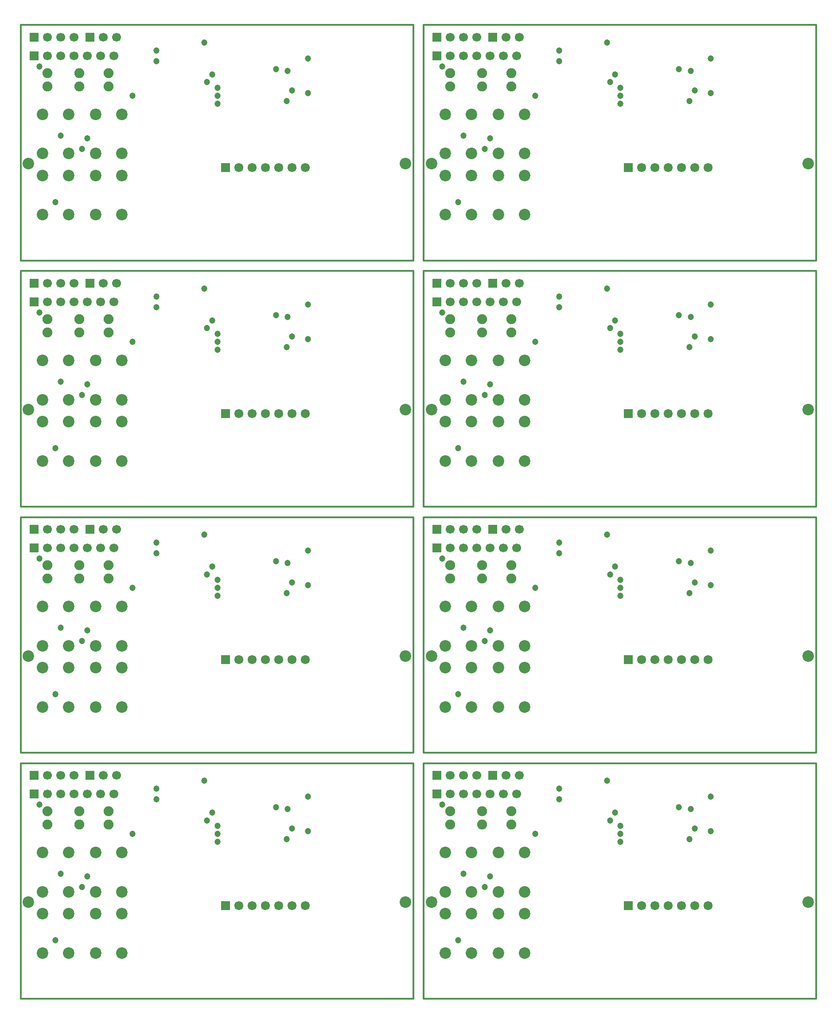
<source format=gbs>
%FSLAX42Y42*%
%MOMM*%
G71*
G01*
G75*
G04 Layer_Color=16711935*
%ADD10C,0.30*%
%ADD11R,0.40X1.60*%
%ADD12R,1.60X0.40*%
%ADD13R,1.30X0.70*%
%ADD14R,1.30X0.90*%
%ADD15R,0.70X1.30*%
%ADD16R,0.90X1.30*%
%ADD17R,1.40X0.70*%
%ADD18R,0.90X1.60*%
%ADD19C,0.50*%
%ADD20C,1.50*%
%ADD21R,1.50X1.50*%
%ADD22C,2.00*%
%ADD23C,1.70*%
%ADD24R,1.52X1.52*%
%ADD25C,1.52*%
%ADD26C,1.00*%
%ADD27R,0.60X1.80*%
%ADD28R,1.80X0.60*%
%ADD29R,1.50X0.90*%
%ADD30R,1.50X1.10*%
%ADD31R,0.90X1.50*%
%ADD32R,1.10X1.50*%
%ADD33R,1.60X0.90*%
%ADD34R,1.10X1.80*%
%ADD35R,1.70X1.70*%
%ADD36C,2.20*%
%ADD37C,1.90*%
%ADD38R,1.72X1.72*%
%ADD39C,1.72*%
%ADD40C,1.20*%
D10*
X2438Y7802D02*
X9938D01*
Y3302D02*
Y7802D01*
X2438Y3302D02*
X9938D01*
X2438D02*
Y7802D01*
X10138D02*
X17638D01*
Y3302D02*
Y7802D01*
X10138Y3302D02*
X17638D01*
X10138D02*
Y7802D01*
X2438Y12502D02*
X9938D01*
Y8002D02*
Y12502D01*
X2438Y8002D02*
X9938D01*
X2438D02*
Y12502D01*
X10138D02*
X17638D01*
Y8002D02*
Y12502D01*
X10138Y8002D02*
X17638D01*
X10138D02*
Y12502D01*
X2438Y17202D02*
X9938D01*
Y12702D02*
Y17202D01*
X2438Y12702D02*
X9938D01*
X2438D02*
Y17202D01*
X10138D02*
X17638D01*
Y12702D02*
Y17202D01*
X10138Y12702D02*
X17638D01*
X10138D02*
Y17202D01*
X2438Y21902D02*
X9938D01*
Y17402D02*
Y21902D01*
X2438Y17402D02*
X9938D01*
X2438D02*
Y21902D01*
X10138D02*
X17638D01*
Y17402D02*
Y21902D01*
X10138Y17402D02*
X17638D01*
X10138D02*
Y21902D01*
D23*
X4267Y7569D02*
D03*
X4013D02*
D03*
X2946D02*
D03*
X3200D02*
D03*
X3454D02*
D03*
X3200Y7214D02*
D03*
X2946D02*
D03*
X3454D02*
D03*
X3708D02*
D03*
X3962D02*
D03*
X4216D02*
D03*
X11967Y7569D02*
D03*
X11713D02*
D03*
X10646D02*
D03*
X10900D02*
D03*
X11154D02*
D03*
X10900Y7214D02*
D03*
X10646D02*
D03*
X11154D02*
D03*
X11408D02*
D03*
X11662D02*
D03*
X11916D02*
D03*
X4267Y12269D02*
D03*
X4013D02*
D03*
X2946D02*
D03*
X3200D02*
D03*
X3454D02*
D03*
X3200Y11914D02*
D03*
X2946D02*
D03*
X3454D02*
D03*
X3708D02*
D03*
X3962D02*
D03*
X4216D02*
D03*
X11967Y12269D02*
D03*
X11713D02*
D03*
X10646D02*
D03*
X10900D02*
D03*
X11154D02*
D03*
X10900Y11914D02*
D03*
X10646D02*
D03*
X11154D02*
D03*
X11408D02*
D03*
X11662D02*
D03*
X11916D02*
D03*
X4267Y16969D02*
D03*
X4013D02*
D03*
X2946D02*
D03*
X3200D02*
D03*
X3454D02*
D03*
X3200Y16614D02*
D03*
X2946D02*
D03*
X3454D02*
D03*
X3708D02*
D03*
X3962D02*
D03*
X4216D02*
D03*
X11967Y16969D02*
D03*
X11713D02*
D03*
X10646D02*
D03*
X10900D02*
D03*
X11154D02*
D03*
X10900Y16614D02*
D03*
X10646D02*
D03*
X11154D02*
D03*
X11408D02*
D03*
X11662D02*
D03*
X11916D02*
D03*
X4267Y21669D02*
D03*
X4013D02*
D03*
X2946D02*
D03*
X3200D02*
D03*
X3454D02*
D03*
X3200Y21314D02*
D03*
X2946D02*
D03*
X3454D02*
D03*
X3708D02*
D03*
X3962D02*
D03*
X4216D02*
D03*
X11967Y21669D02*
D03*
X11713D02*
D03*
X10646D02*
D03*
X10900D02*
D03*
X11154D02*
D03*
X10900Y21314D02*
D03*
X10646D02*
D03*
X11154D02*
D03*
X11408D02*
D03*
X11662D02*
D03*
X11916D02*
D03*
D35*
X3759Y7569D02*
D03*
X2692D02*
D03*
Y7214D02*
D03*
X11459Y7569D02*
D03*
X10392D02*
D03*
Y7214D02*
D03*
X3759Y12269D02*
D03*
X2692D02*
D03*
Y11914D02*
D03*
X11459Y12269D02*
D03*
X10392D02*
D03*
Y11914D02*
D03*
X3759Y16969D02*
D03*
X2692D02*
D03*
Y16614D02*
D03*
X11459Y16969D02*
D03*
X10392D02*
D03*
Y16614D02*
D03*
X3759Y21669D02*
D03*
X2692D02*
D03*
Y21314D02*
D03*
X11459Y21669D02*
D03*
X10392D02*
D03*
Y21314D02*
D03*
D36*
X3353Y4928D02*
D03*
Y4178D02*
D03*
X2853D02*
D03*
Y4928D02*
D03*
X4369D02*
D03*
Y4178D02*
D03*
X3869D02*
D03*
Y4928D02*
D03*
X3353Y6096D02*
D03*
Y5346D02*
D03*
X2853D02*
D03*
Y6096D02*
D03*
X4369D02*
D03*
Y5346D02*
D03*
X3869D02*
D03*
Y6096D02*
D03*
X9788Y5152D02*
D03*
X2588D02*
D03*
X11053Y4928D02*
D03*
Y4178D02*
D03*
X10553D02*
D03*
Y4928D02*
D03*
X12069D02*
D03*
Y4178D02*
D03*
X11569D02*
D03*
Y4928D02*
D03*
X11053Y6096D02*
D03*
Y5346D02*
D03*
X10553D02*
D03*
Y6096D02*
D03*
X12069D02*
D03*
Y5346D02*
D03*
X11569D02*
D03*
Y6096D02*
D03*
X17488Y5152D02*
D03*
X10288D02*
D03*
X3353Y9628D02*
D03*
Y8878D02*
D03*
X2853D02*
D03*
Y9628D02*
D03*
X4369D02*
D03*
Y8878D02*
D03*
X3869D02*
D03*
Y9628D02*
D03*
X3353Y10796D02*
D03*
Y10046D02*
D03*
X2853D02*
D03*
Y10796D02*
D03*
X4369D02*
D03*
Y10046D02*
D03*
X3869D02*
D03*
Y10796D02*
D03*
X9788Y9852D02*
D03*
X2588D02*
D03*
X11053Y9628D02*
D03*
Y8878D02*
D03*
X10553D02*
D03*
Y9628D02*
D03*
X12069D02*
D03*
Y8878D02*
D03*
X11569D02*
D03*
Y9628D02*
D03*
X11053Y10796D02*
D03*
Y10046D02*
D03*
X10553D02*
D03*
Y10796D02*
D03*
X12069D02*
D03*
Y10046D02*
D03*
X11569D02*
D03*
Y10796D02*
D03*
X17488Y9852D02*
D03*
X10288D02*
D03*
X3353Y14328D02*
D03*
Y13578D02*
D03*
X2853D02*
D03*
Y14328D02*
D03*
X4369D02*
D03*
Y13578D02*
D03*
X3869D02*
D03*
Y14328D02*
D03*
X3353Y15496D02*
D03*
Y14746D02*
D03*
X2853D02*
D03*
Y15496D02*
D03*
X4369D02*
D03*
Y14746D02*
D03*
X3869D02*
D03*
Y15496D02*
D03*
X9788Y14552D02*
D03*
X2588D02*
D03*
X11053Y14328D02*
D03*
Y13578D02*
D03*
X10553D02*
D03*
Y14328D02*
D03*
X12069D02*
D03*
Y13578D02*
D03*
X11569D02*
D03*
Y14328D02*
D03*
X11053Y15496D02*
D03*
Y14746D02*
D03*
X10553D02*
D03*
Y15496D02*
D03*
X12069D02*
D03*
Y14746D02*
D03*
X11569D02*
D03*
Y15496D02*
D03*
X17488Y14552D02*
D03*
X10288D02*
D03*
X3353Y19028D02*
D03*
Y18278D02*
D03*
X2853D02*
D03*
Y19028D02*
D03*
X4369D02*
D03*
Y18278D02*
D03*
X3869D02*
D03*
Y19028D02*
D03*
X3353Y20196D02*
D03*
Y19446D02*
D03*
X2853D02*
D03*
Y20196D02*
D03*
X4369D02*
D03*
Y19446D02*
D03*
X3869D02*
D03*
Y20196D02*
D03*
X9788Y19252D02*
D03*
X2588D02*
D03*
X11053Y19028D02*
D03*
Y18278D02*
D03*
X10553D02*
D03*
Y19028D02*
D03*
X12069D02*
D03*
Y18278D02*
D03*
X11569D02*
D03*
Y19028D02*
D03*
X11053Y20196D02*
D03*
Y19446D02*
D03*
X10553D02*
D03*
Y20196D02*
D03*
X12069D02*
D03*
Y19446D02*
D03*
X11569D02*
D03*
Y20196D02*
D03*
X17488Y19252D02*
D03*
X10288D02*
D03*
D37*
X4115Y6631D02*
D03*
Y6881D02*
D03*
X3556Y6631D02*
D03*
Y6881D02*
D03*
X2946Y6631D02*
D03*
Y6881D02*
D03*
X11815Y6631D02*
D03*
Y6881D02*
D03*
X11256Y6631D02*
D03*
Y6881D02*
D03*
X10646Y6631D02*
D03*
Y6881D02*
D03*
X4115Y11331D02*
D03*
Y11581D02*
D03*
X3556Y11331D02*
D03*
Y11581D02*
D03*
X2946Y11331D02*
D03*
Y11581D02*
D03*
X11815Y11331D02*
D03*
Y11581D02*
D03*
X11256Y11331D02*
D03*
Y11581D02*
D03*
X10646Y11331D02*
D03*
Y11581D02*
D03*
X4115Y16031D02*
D03*
Y16281D02*
D03*
X3556Y16031D02*
D03*
Y16281D02*
D03*
X2946Y16031D02*
D03*
Y16281D02*
D03*
X11815Y16031D02*
D03*
Y16281D02*
D03*
X11256Y16031D02*
D03*
Y16281D02*
D03*
X10646Y16031D02*
D03*
Y16281D02*
D03*
X4115Y20731D02*
D03*
Y20981D02*
D03*
X3556Y20731D02*
D03*
Y20981D02*
D03*
X2946Y20731D02*
D03*
Y20981D02*
D03*
X11815Y20731D02*
D03*
Y20981D02*
D03*
X11256Y20731D02*
D03*
Y20981D02*
D03*
X10646Y20731D02*
D03*
Y20981D02*
D03*
D38*
X6350Y5080D02*
D03*
X14050D02*
D03*
X6350Y9780D02*
D03*
X14050D02*
D03*
X6350Y14480D02*
D03*
X14050D02*
D03*
X6350Y19180D02*
D03*
X14050D02*
D03*
D39*
X6604Y5080D02*
D03*
X6858D02*
D03*
X7112D02*
D03*
X7366D02*
D03*
X7620D02*
D03*
X7874D02*
D03*
X14304D02*
D03*
X14558D02*
D03*
X14812D02*
D03*
X15066D02*
D03*
X15320D02*
D03*
X15574D02*
D03*
X6604Y9780D02*
D03*
X6858D02*
D03*
X7112D02*
D03*
X7366D02*
D03*
X7620D02*
D03*
X7874D02*
D03*
X14304D02*
D03*
X14558D02*
D03*
X14812D02*
D03*
X15066D02*
D03*
X15320D02*
D03*
X15574D02*
D03*
X6604Y14480D02*
D03*
X6858D02*
D03*
X7112D02*
D03*
X7366D02*
D03*
X7620D02*
D03*
X7874D02*
D03*
X14304D02*
D03*
X14558D02*
D03*
X14812D02*
D03*
X15066D02*
D03*
X15320D02*
D03*
X15574D02*
D03*
X6604Y19180D02*
D03*
X6858D02*
D03*
X7112D02*
D03*
X7366D02*
D03*
X7620D02*
D03*
X7874D02*
D03*
X14304D02*
D03*
X14558D02*
D03*
X14812D02*
D03*
X15066D02*
D03*
X15320D02*
D03*
X15574D02*
D03*
D40*
X7538Y6927D02*
D03*
X7315Y6960D02*
D03*
X5944Y7468D02*
D03*
X5029Y7112D02*
D03*
Y7315D02*
D03*
X7518Y6350D02*
D03*
X7620Y6553D02*
D03*
X3200Y5690D02*
D03*
X3708Y5639D02*
D03*
X6096Y6858D02*
D03*
X5999Y6710D02*
D03*
X6198Y6604D02*
D03*
X4572Y6452D02*
D03*
X6198Y6299D02*
D03*
Y6452D02*
D03*
X3607Y5436D02*
D03*
X3099Y4420D02*
D03*
X7925Y6502D02*
D03*
Y7163D02*
D03*
X2794Y7010D02*
D03*
X15238Y6927D02*
D03*
X15015Y6960D02*
D03*
X13644Y7468D02*
D03*
X12729Y7112D02*
D03*
Y7315D02*
D03*
X15218Y6350D02*
D03*
X15320Y6553D02*
D03*
X10900Y5690D02*
D03*
X11408Y5639D02*
D03*
X13796Y6858D02*
D03*
X13699Y6710D02*
D03*
X13898Y6604D02*
D03*
X12272Y6452D02*
D03*
X13898Y6299D02*
D03*
Y6452D02*
D03*
X11307Y5436D02*
D03*
X10799Y4420D02*
D03*
X15625Y6502D02*
D03*
Y7163D02*
D03*
X10494Y7010D02*
D03*
X7538Y11627D02*
D03*
X7315Y11660D02*
D03*
X5944Y12168D02*
D03*
X5029Y11812D02*
D03*
Y12015D02*
D03*
X7518Y11050D02*
D03*
X7620Y11253D02*
D03*
X3200Y10390D02*
D03*
X3708Y10339D02*
D03*
X6096Y11558D02*
D03*
X5999Y11410D02*
D03*
X6198Y11304D02*
D03*
X4572Y11152D02*
D03*
X6198Y10999D02*
D03*
Y11152D02*
D03*
X3607Y10136D02*
D03*
X3099Y9120D02*
D03*
X7925Y11202D02*
D03*
Y11863D02*
D03*
X2794Y11710D02*
D03*
X15238Y11627D02*
D03*
X15015Y11660D02*
D03*
X13644Y12168D02*
D03*
X12729Y11812D02*
D03*
Y12015D02*
D03*
X15218Y11050D02*
D03*
X15320Y11253D02*
D03*
X10900Y10390D02*
D03*
X11408Y10339D02*
D03*
X13796Y11558D02*
D03*
X13699Y11410D02*
D03*
X13898Y11304D02*
D03*
X12272Y11152D02*
D03*
X13898Y10999D02*
D03*
Y11152D02*
D03*
X11307Y10136D02*
D03*
X10799Y9120D02*
D03*
X15625Y11202D02*
D03*
Y11863D02*
D03*
X10494Y11710D02*
D03*
X7538Y16327D02*
D03*
X7315Y16360D02*
D03*
X5944Y16868D02*
D03*
X5029Y16512D02*
D03*
Y16715D02*
D03*
X7518Y15750D02*
D03*
X7620Y15953D02*
D03*
X3200Y15090D02*
D03*
X3708Y15039D02*
D03*
X6096Y16258D02*
D03*
X5999Y16110D02*
D03*
X6198Y16004D02*
D03*
X4572Y15852D02*
D03*
X6198Y15699D02*
D03*
Y15852D02*
D03*
X3607Y14836D02*
D03*
X3099Y13820D02*
D03*
X7925Y15902D02*
D03*
Y16563D02*
D03*
X2794Y16410D02*
D03*
X15238Y16327D02*
D03*
X15015Y16360D02*
D03*
X13644Y16868D02*
D03*
X12729Y16512D02*
D03*
Y16715D02*
D03*
X15218Y15750D02*
D03*
X15320Y15953D02*
D03*
X10900Y15090D02*
D03*
X11408Y15039D02*
D03*
X13796Y16258D02*
D03*
X13699Y16110D02*
D03*
X13898Y16004D02*
D03*
X12272Y15852D02*
D03*
X13898Y15699D02*
D03*
Y15852D02*
D03*
X11307Y14836D02*
D03*
X10799Y13820D02*
D03*
X15625Y15902D02*
D03*
Y16563D02*
D03*
X10494Y16410D02*
D03*
X7538Y21027D02*
D03*
X7315Y21060D02*
D03*
X5944Y21568D02*
D03*
X5029Y21212D02*
D03*
Y21415D02*
D03*
X7518Y20450D02*
D03*
X7620Y20653D02*
D03*
X3200Y19790D02*
D03*
X3708Y19739D02*
D03*
X6096Y20958D02*
D03*
X5999Y20810D02*
D03*
X6198Y20704D02*
D03*
X4572Y20552D02*
D03*
X6198Y20399D02*
D03*
Y20552D02*
D03*
X3607Y19536D02*
D03*
X3099Y18520D02*
D03*
X7925Y20602D02*
D03*
Y21263D02*
D03*
X2794Y21110D02*
D03*
X15238Y21027D02*
D03*
X15015Y21060D02*
D03*
X13644Y21568D02*
D03*
X12729Y21212D02*
D03*
Y21415D02*
D03*
X15218Y20450D02*
D03*
X15320Y20653D02*
D03*
X10900Y19790D02*
D03*
X11408Y19739D02*
D03*
X13796Y20958D02*
D03*
X13699Y20810D02*
D03*
X13898Y20704D02*
D03*
X12272Y20552D02*
D03*
X13898Y20399D02*
D03*
Y20552D02*
D03*
X11307Y19536D02*
D03*
X10799Y18520D02*
D03*
X15625Y20602D02*
D03*
Y21263D02*
D03*
X10494Y21110D02*
D03*
M02*

</source>
